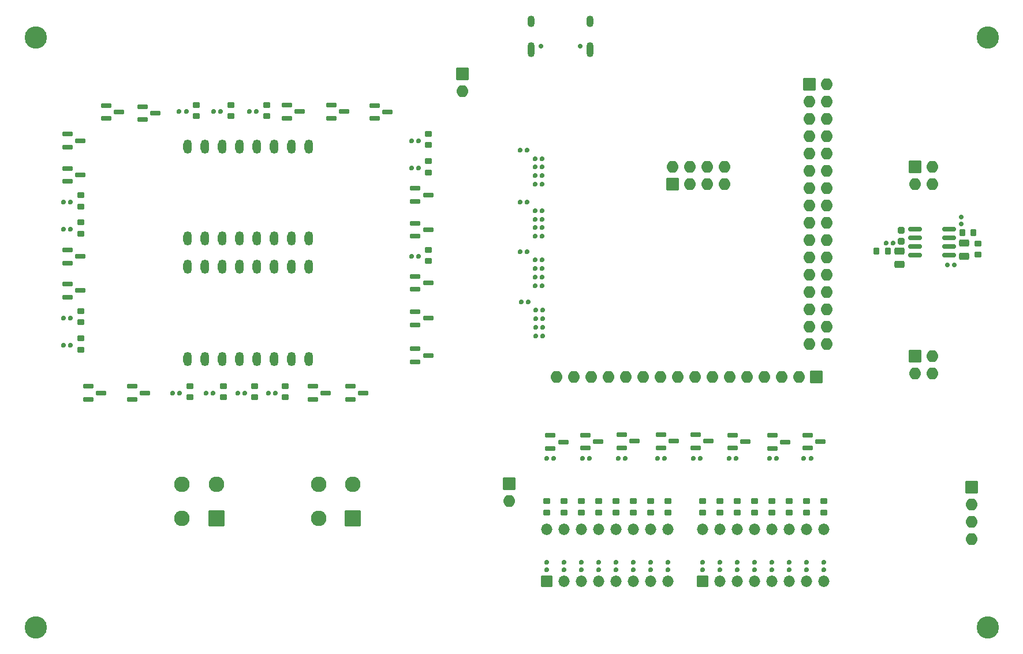
<source format=gbr>
%TF.GenerationSoftware,KiCad,Pcbnew,8.0.5*%
%TF.CreationDate,2024-11-20T12:06:12-07:00*%
%TF.ProjectId,CMPE2750,434d5045-3237-4353-902e-6b696361645f,rev?*%
%TF.SameCoordinates,Original*%
%TF.FileFunction,Soldermask,Bot*%
%TF.FilePolarity,Negative*%
%FSLAX46Y46*%
G04 Gerber Fmt 4.6, Leading zero omitted, Abs format (unit mm)*
G04 Created by KiCad (PCBNEW 8.0.5) date 2024-11-20 12:06:12*
%MOMM*%
%LPD*%
G01*
G04 APERTURE LIST*
G04 Aperture macros list*
%AMRoundRect*
0 Rectangle with rounded corners*
0 $1 Rounding radius*
0 $2 $3 $4 $5 $6 $7 $8 $9 X,Y pos of 4 corners*
0 Add a 4 corners polygon primitive as box body*
4,1,4,$2,$3,$4,$5,$6,$7,$8,$9,$2,$3,0*
0 Add four circle primitives for the rounded corners*
1,1,$1+$1,$2,$3*
1,1,$1+$1,$4,$5*
1,1,$1+$1,$6,$7*
1,1,$1+$1,$8,$9*
0 Add four rect primitives between the rounded corners*
20,1,$1+$1,$2,$3,$4,$5,0*
20,1,$1+$1,$4,$5,$6,$7,0*
20,1,$1+$1,$6,$7,$8,$9,0*
20,1,$1+$1,$8,$9,$2,$3,0*%
G04 Aperture macros list end*
%ADD10RoundRect,0.035000X0.800000X-0.800000X0.800000X0.800000X-0.800000X0.800000X-0.800000X-0.800000X0*%
%ADD11O,1.670000X1.670000*%
%ADD12C,3.270000*%
%ADD13C,0.720000*%
%ADD14O,1.070000X2.170000*%
%ADD15O,1.070000X1.670000*%
%ADD16RoundRect,0.035000X-0.850000X-0.850000X0.850000X-0.850000X0.850000X0.850000X-0.850000X0.850000X0*%
%ADD17O,1.770000X1.770000*%
%ADD18O,1.270000X2.070000*%
%ADD19RoundRect,0.035000X0.850000X-0.850000X0.850000X0.850000X-0.850000X0.850000X-0.850000X-0.850000X0*%
%ADD20RoundRect,0.035000X-0.850000X0.850000X-0.850000X-0.850000X0.850000X-0.850000X0.850000X0.850000X0*%
%ADD21RoundRect,0.035000X1.104900X1.104900X-1.104900X1.104900X-1.104900X-1.104900X1.104900X-1.104900X0*%
%ADD22C,2.279800*%
%ADD23RoundRect,0.152500X0.152500X0.202500X-0.152500X0.202500X-0.152500X-0.202500X0.152500X-0.202500X0*%
%ADD24RoundRect,0.167500X-0.605000X-0.167500X0.605000X-0.167500X0.605000X0.167500X-0.605000X0.167500X0*%
%ADD25RoundRect,0.152500X0.202500X-0.152500X0.202500X0.152500X-0.202500X0.152500X-0.202500X-0.152500X0*%
%ADD26RoundRect,0.217500X0.292500X-0.217500X0.292500X0.217500X-0.292500X0.217500X-0.292500X-0.217500X0*%
%ADD27RoundRect,0.152500X-0.152500X-0.202500X0.152500X-0.202500X0.152500X0.202500X-0.152500X0.202500X0*%
%ADD28RoundRect,0.217500X-0.217500X-0.292500X0.217500X-0.292500X0.217500X0.292500X-0.217500X0.292500X0*%
%ADD29RoundRect,0.242500X-0.267500X0.242500X-0.267500X-0.242500X0.267500X-0.242500X0.267500X0.242500X0*%
%ADD30RoundRect,0.167500X-0.842500X-0.167500X0.842500X-0.167500X0.842500X0.167500X-0.842500X0.167500X0*%
%ADD31RoundRect,0.267500X0.492500X-0.267500X0.492500X0.267500X-0.492500X0.267500X-0.492500X-0.267500X0*%
%ADD32RoundRect,0.157500X0.157500X0.187500X-0.157500X0.187500X-0.157500X-0.187500X0.157500X-0.187500X0*%
%ADD33RoundRect,0.217500X0.217500X0.292500X-0.217500X0.292500X-0.217500X-0.292500X0.217500X-0.292500X0*%
%ADD34RoundRect,0.157500X-0.187500X0.157500X-0.187500X-0.157500X0.187500X-0.157500X0.187500X0.157500X0*%
%ADD35RoundRect,0.217500X-0.292500X0.217500X-0.292500X-0.217500X0.292500X-0.217500X0.292500X0.217500X0*%
G04 APERTURE END LIST*
D10*
%TO.C,SW2*%
X132460000Y-130760000D03*
D11*
X135000000Y-130760000D03*
X137540000Y-130760000D03*
X140080000Y-130760000D03*
X142620000Y-130760000D03*
X145160000Y-130760000D03*
X147700000Y-130760000D03*
X150240000Y-130760000D03*
X150240000Y-123140000D03*
X147700000Y-123140000D03*
X145160000Y-123140000D03*
X142620000Y-123140000D03*
X140080000Y-123140000D03*
X137540000Y-123140000D03*
X135000000Y-123140000D03*
X132460000Y-123140000D03*
%TD*%
D12*
%TO.C,H2*%
X197125000Y-51000000D03*
%TD*%
D13*
%TO.C,J6*%
X137390000Y-52250000D03*
X131610000Y-52250000D03*
D14*
X138820000Y-52780000D03*
D15*
X138820000Y-48600000D03*
D14*
X130180000Y-52780000D03*
D15*
X130180000Y-48600000D03*
%TD*%
D16*
%TO.C,J8*%
X186460000Y-70000000D03*
D17*
X189000000Y-70000000D03*
X186460000Y-72540000D03*
X189000000Y-72540000D03*
%TD*%
D12*
%TO.C,H3*%
X197125000Y-137500000D03*
%TD*%
D18*
%TO.C,U10*%
X79800000Y-80500000D03*
X82340000Y-80500000D03*
X84880000Y-80500000D03*
X87420000Y-80500000D03*
X89960000Y-80500000D03*
X92500000Y-80500000D03*
X95040000Y-80500000D03*
X97580000Y-80500000D03*
X97580000Y-67000000D03*
X95040000Y-67000000D03*
X92500000Y-67000000D03*
X89960000Y-67000000D03*
X87420000Y-67000000D03*
X84880000Y-67000000D03*
X82340000Y-67000000D03*
X79800000Y-67000000D03*
%TD*%
D16*
%TO.C,J3*%
X171000000Y-57850000D03*
D17*
X173540000Y-57850000D03*
X171000000Y-60390000D03*
X173540000Y-60390000D03*
X171000000Y-62930000D03*
X173540000Y-62930000D03*
X171000000Y-65470000D03*
X173540000Y-65470000D03*
X171000000Y-68010000D03*
X173540000Y-68010000D03*
X171000000Y-70550000D03*
X173540000Y-70550000D03*
X171000000Y-73090000D03*
X173540000Y-73090000D03*
X171000000Y-75630000D03*
X173540000Y-75630000D03*
X171000000Y-78170000D03*
X173540000Y-78170000D03*
X171000000Y-80710000D03*
X173540000Y-80710000D03*
X171000000Y-83250000D03*
X173540000Y-83250000D03*
X171000000Y-85790000D03*
X173540000Y-85790000D03*
X171000000Y-88330000D03*
X173540000Y-88330000D03*
X171000000Y-90870000D03*
X173540000Y-90870000D03*
X171000000Y-93410000D03*
X173540000Y-93410000D03*
X171000000Y-95950000D03*
X173540000Y-95950000D03*
%TD*%
D10*
%TO.C,SW3*%
X155320000Y-130760000D03*
D11*
X157860000Y-130760000D03*
X160400000Y-130760000D03*
X162940000Y-130760000D03*
X165480000Y-130760000D03*
X168020000Y-130760000D03*
X170560000Y-130760000D03*
X173100000Y-130760000D03*
X173100000Y-123140000D03*
X170560000Y-123140000D03*
X168020000Y-123140000D03*
X165480000Y-123140000D03*
X162940000Y-123140000D03*
X160400000Y-123140000D03*
X157860000Y-123140000D03*
X155320000Y-123140000D03*
%TD*%
D12*
%TO.C,H4*%
X57500000Y-137500000D03*
%TD*%
D19*
%TO.C,J2*%
X150960000Y-72540000D03*
D17*
X150960000Y-70000000D03*
X153500000Y-72540000D03*
X153500000Y-70000000D03*
X156040000Y-72540000D03*
X156040000Y-70000000D03*
X158580000Y-72540000D03*
X158580000Y-70000000D03*
%TD*%
D16*
%TO.C,J9*%
X120080000Y-56345000D03*
D17*
X120080000Y-58885000D03*
%TD*%
D12*
%TO.C,H1*%
X57500000Y-51000000D03*
%TD*%
D16*
%TO.C,J5*%
X194750000Y-116920000D03*
D17*
X194750000Y-119460000D03*
X194750000Y-122000000D03*
X194750000Y-124540000D03*
%TD*%
D20*
%TO.C,J4*%
X171980000Y-100750000D03*
D17*
X169440000Y-100750000D03*
X166900000Y-100750000D03*
X164360000Y-100750000D03*
X161820000Y-100750000D03*
X159280000Y-100750000D03*
X156740000Y-100750000D03*
X154200000Y-100750000D03*
X151660000Y-100750000D03*
X149120000Y-100750000D03*
X146580000Y-100750000D03*
X144040000Y-100750000D03*
X141500000Y-100750000D03*
X138960000Y-100750000D03*
X136420000Y-100750000D03*
X133880000Y-100750000D03*
%TD*%
D21*
%TO.C,SW4*%
X84000000Y-121500000D03*
D22*
X84000000Y-116500000D03*
X79000000Y-116500000D03*
X79000000Y-121500000D03*
%TD*%
D16*
%TO.C,J7*%
X186460000Y-97725000D03*
D17*
X189000000Y-97725000D03*
X186460000Y-100265000D03*
X189000000Y-100265000D03*
%TD*%
D16*
%TO.C,J10*%
X127000000Y-116460000D03*
D17*
X127000000Y-119000000D03*
%TD*%
D21*
%TO.C,SW1*%
X104000000Y-121500000D03*
D22*
X104000000Y-116500000D03*
X99000000Y-116500000D03*
X99000000Y-121500000D03*
%TD*%
D18*
%TO.C,U11*%
X79800000Y-98120000D03*
X82340000Y-98120000D03*
X84880000Y-98120000D03*
X87420000Y-98120000D03*
X89960000Y-98120000D03*
X92500000Y-98120000D03*
X95040000Y-98120000D03*
X97580000Y-98120000D03*
X97580000Y-84620000D03*
X95040000Y-84620000D03*
X92500000Y-84620000D03*
X89960000Y-84620000D03*
X87420000Y-84620000D03*
X84880000Y-84620000D03*
X82340000Y-84620000D03*
X79800000Y-84620000D03*
%TD*%
D23*
%TO.C,R61*%
X131760000Y-76375000D03*
X130740000Y-76375000D03*
%TD*%
%TO.C,R142*%
X131760000Y-86125000D03*
X130740000Y-86125000D03*
%TD*%
D24*
%TO.C,Q15*%
X94330000Y-62820000D03*
X94330000Y-60920000D03*
X96205000Y-61870000D03*
%TD*%
%TO.C,Q29*%
X103705000Y-104070000D03*
X103705000Y-102170000D03*
X105580000Y-103120000D03*
%TD*%
D23*
%TO.C,R138*%
X131897500Y-93500000D03*
X130877500Y-93500000D03*
%TD*%
D25*
%TO.C,R149*%
X162920000Y-129020000D03*
X162920000Y-128000000D03*
%TD*%
D23*
%TO.C,R115*%
X131760000Y-77625000D03*
X130740000Y-77625000D03*
%TD*%
D26*
%TO.C,R183*%
X165470000Y-120650000D03*
X165470000Y-119000000D03*
%TD*%
D23*
%TO.C,R129*%
X113662500Y-83120000D03*
X112642500Y-83120000D03*
%TD*%
%TO.C,R132*%
X88162500Y-103120000D03*
X87142500Y-103120000D03*
%TD*%
%TO.C,R120*%
X131760000Y-72500000D03*
X130740000Y-72500000D03*
%TD*%
D27*
%TO.C,R164*%
X132430000Y-112760000D03*
X133450000Y-112760000D03*
%TD*%
D23*
%TO.C,R121*%
X131760000Y-71250000D03*
X130740000Y-71250000D03*
%TD*%
%TO.C,R108*%
X89912500Y-61870000D03*
X88892500Y-61870000D03*
%TD*%
D26*
%TO.C,R107*%
X64142500Y-79770000D03*
X64142500Y-78120000D03*
%TD*%
D24*
%TO.C,Q56*%
X143450000Y-111160000D03*
X143450000Y-109260000D03*
X145325000Y-110210000D03*
%TD*%
D26*
%TO.C,R170*%
X142610000Y-120650000D03*
X142610000Y-119000000D03*
%TD*%
%TO.C,R101*%
X91392500Y-62520000D03*
X91392500Y-60870000D03*
%TD*%
D25*
%TO.C,R148*%
X160380000Y-129020000D03*
X160380000Y-128000000D03*
%TD*%
D26*
%TO.C,R184*%
X168010000Y-120650000D03*
X168010000Y-119000000D03*
%TD*%
D27*
%TO.C,R166*%
X137690000Y-112760000D03*
X138710000Y-112760000D03*
%TD*%
D26*
%TO.C,R105*%
X115142500Y-70770000D03*
X115142500Y-69120000D03*
%TD*%
%TO.C,R124*%
X80142500Y-103770000D03*
X80142500Y-102120000D03*
%TD*%
D27*
%TO.C,R181*%
X159190000Y-112760000D03*
X160210000Y-112760000D03*
%TD*%
D24*
%TO.C,Q28*%
X62205000Y-84070000D03*
X62205000Y-82170000D03*
X64080000Y-83120000D03*
%TD*%
D26*
%TO.C,R123*%
X94142500Y-103770000D03*
X94142500Y-102120000D03*
%TD*%
D24*
%TO.C,Q17*%
X62205000Y-67070000D03*
X62205000Y-65170000D03*
X64080000Y-66120000D03*
%TD*%
D25*
%TO.C,R156*%
X147680000Y-129020000D03*
X147680000Y-128000000D03*
%TD*%
D23*
%TO.C,R118*%
X131760000Y-70000000D03*
X130740000Y-70000000D03*
%TD*%
D25*
%TO.C,R152*%
X142600000Y-129020000D03*
X142600000Y-128000000D03*
%TD*%
D26*
%TO.C,R177*%
X162930000Y-120650000D03*
X162930000Y-119000000D03*
%TD*%
D23*
%TO.C,R130*%
X62662500Y-92120000D03*
X61642500Y-92120000D03*
%TD*%
D26*
%TO.C,R178*%
X155310000Y-120650000D03*
X155310000Y-119000000D03*
%TD*%
D24*
%TO.C,Q10*%
X67830000Y-62870000D03*
X67830000Y-60970000D03*
X69705000Y-61920000D03*
%TD*%
%TO.C,Q35*%
X65205000Y-104070000D03*
X65205000Y-102170000D03*
X67080000Y-103120000D03*
%TD*%
D26*
%TO.C,R106*%
X64142500Y-75770000D03*
X64142500Y-74120000D03*
%TD*%
%TO.C,R126*%
X89642500Y-103770000D03*
X89642500Y-102120000D03*
%TD*%
%TO.C,R162*%
X140070000Y-120650000D03*
X140070000Y-119000000D03*
%TD*%
D28*
%TO.C,R40*%
X193400000Y-79595000D03*
X195050000Y-79595000D03*
%TD*%
D25*
%TO.C,R157*%
X150220000Y-129020000D03*
X150220000Y-128000000D03*
%TD*%
D24*
%TO.C,Q13*%
X113205000Y-75020000D03*
X113205000Y-73120000D03*
X115080000Y-74070000D03*
%TD*%
D29*
%TO.C,C21*%
X184475000Y-79295000D03*
X184475000Y-80845000D03*
%TD*%
D26*
%TO.C,R160*%
X134990000Y-120650000D03*
X134990000Y-119000000D03*
%TD*%
%TO.C,R185*%
X170550000Y-120650000D03*
X170550000Y-119000000D03*
%TD*%
D23*
%TO.C,R88*%
X131897500Y-91000000D03*
X130877500Y-91000000D03*
%TD*%
%TO.C,R133*%
X92662500Y-103120000D03*
X91642500Y-103120000D03*
%TD*%
D30*
%TO.C,U14*%
X186525000Y-82905000D03*
X186525000Y-81635000D03*
X186525000Y-80365000D03*
X186525000Y-79095000D03*
X191475000Y-79095000D03*
X191475000Y-80365000D03*
X191475000Y-81635000D03*
X191475000Y-82905000D03*
%TD*%
D26*
%TO.C,R128*%
X64142500Y-96770000D03*
X64142500Y-95120000D03*
%TD*%
D24*
%TO.C,Q57*%
X149200000Y-111160000D03*
X149200000Y-109260000D03*
X151075000Y-110210000D03*
%TD*%
D26*
%TO.C,R102*%
X81080000Y-62520000D03*
X81080000Y-60870000D03*
%TD*%
D23*
%TO.C,R119*%
X131760000Y-68750000D03*
X130740000Y-68750000D03*
%TD*%
%TO.C,R110*%
X84662500Y-61870000D03*
X83642500Y-61870000D03*
%TD*%
%TO.C,R111*%
X113662500Y-66120000D03*
X112642500Y-66120000D03*
%TD*%
%TO.C,R114*%
X62662500Y-79120000D03*
X61642500Y-79120000D03*
%TD*%
D27*
%TO.C,R190*%
X170190000Y-112760000D03*
X171210000Y-112760000D03*
%TD*%
%TO.C,R180*%
X153940000Y-112760000D03*
X154960000Y-112760000D03*
%TD*%
D25*
%TO.C,R150*%
X140060000Y-129020000D03*
X140060000Y-128000000D03*
%TD*%
D23*
%TO.C,R62*%
X129610000Y-75125000D03*
X128590000Y-75125000D03*
%TD*%
D24*
%TO.C,Q14*%
X62205000Y-72120000D03*
X62205000Y-70220000D03*
X64080000Y-71170000D03*
%TD*%
D26*
%TO.C,R122*%
X115142500Y-83770000D03*
X115142500Y-82120000D03*
%TD*%
D24*
%TO.C,Q12*%
X73205000Y-63020000D03*
X73205000Y-61120000D03*
X75080000Y-62070000D03*
%TD*%
D23*
%TO.C,R139*%
X131760000Y-84875000D03*
X130740000Y-84875000D03*
%TD*%
D25*
%TO.C,R146*%
X134980000Y-129020000D03*
X134980000Y-128000000D03*
%TD*%
D24*
%TO.C,Q61*%
X159700000Y-111210000D03*
X159700000Y-109310000D03*
X161575000Y-110260000D03*
%TD*%
D23*
%TO.C,R89*%
X129747500Y-89750000D03*
X128727500Y-89750000D03*
%TD*%
D26*
%TO.C,R161*%
X137530000Y-120650000D03*
X137530000Y-119000000D03*
%TD*%
D25*
%TO.C,R151*%
X165460000Y-129020000D03*
X165460000Y-128000000D03*
%TD*%
D27*
%TO.C,R42*%
X182215000Y-81095000D03*
X183235000Y-81095000D03*
%TD*%
D23*
%TO.C,R137*%
X131897500Y-94750000D03*
X130877500Y-94750000D03*
%TD*%
%TO.C,R136*%
X131897500Y-92250000D03*
X130877500Y-92250000D03*
%TD*%
D27*
%TO.C,R188*%
X165190000Y-112760000D03*
X166210000Y-112760000D03*
%TD*%
D24*
%TO.C,Q60*%
X154325000Y-111160000D03*
X154325000Y-109260000D03*
X156200000Y-110210000D03*
%TD*%
%TO.C,Q64*%
X165575000Y-111260000D03*
X165575000Y-109360000D03*
X167450000Y-110310000D03*
%TD*%
D23*
%TO.C,R113*%
X62662500Y-75120000D03*
X61642500Y-75120000D03*
%TD*%
D26*
%TO.C,R175*%
X160390000Y-120650000D03*
X160390000Y-119000000D03*
%TD*%
D25*
%TO.C,R153*%
X168000000Y-129020000D03*
X168000000Y-128000000D03*
%TD*%
D23*
%TO.C,R134*%
X78662500Y-103120000D03*
X77642500Y-103120000D03*
%TD*%
D26*
%TO.C,R127*%
X85017500Y-103770000D03*
X85017500Y-102120000D03*
%TD*%
%TO.C,R103*%
X86142500Y-62520000D03*
X86142500Y-60870000D03*
%TD*%
D23*
%TO.C,R116*%
X131760000Y-80125000D03*
X130740000Y-80125000D03*
%TD*%
D25*
%TO.C,R145*%
X157840000Y-129020000D03*
X157840000Y-128000000D03*
%TD*%
D31*
%TO.C,C17*%
X193725000Y-83045000D03*
X193725000Y-81145000D03*
%TD*%
D24*
%TO.C,Q54*%
X138137500Y-111210000D03*
X138137500Y-109310000D03*
X140012500Y-110260000D03*
%TD*%
%TO.C,Q31*%
X98205000Y-104070000D03*
X98205000Y-102170000D03*
X100080000Y-103120000D03*
%TD*%
D23*
%TO.C,R109*%
X79600000Y-61870000D03*
X78580000Y-61870000D03*
%TD*%
D32*
%TO.C,C30*%
X192225000Y-84345000D03*
X191265000Y-84345000D03*
%TD*%
D26*
%TO.C,R168*%
X145150000Y-120650000D03*
X145150000Y-119000000D03*
%TD*%
D27*
%TO.C,R173*%
X148690000Y-112760000D03*
X149710000Y-112760000D03*
%TD*%
D23*
%TO.C,R141*%
X131760000Y-87375000D03*
X130740000Y-87375000D03*
%TD*%
D33*
%TO.C,R41*%
X182475000Y-82345000D03*
X180825000Y-82345000D03*
%TD*%
D26*
%TO.C,R125*%
X64142500Y-92770000D03*
X64142500Y-91120000D03*
%TD*%
D25*
%TO.C,R155*%
X170540000Y-129020000D03*
X170540000Y-128000000D03*
%TD*%
D31*
%TO.C,C16*%
X184225000Y-84245000D03*
X184225000Y-82345000D03*
%TD*%
D23*
%TO.C,R86*%
X129610000Y-82375000D03*
X128590000Y-82375000D03*
%TD*%
D24*
%TO.C,Q36*%
X113205000Y-98570000D03*
X113205000Y-96670000D03*
X115080000Y-97620000D03*
%TD*%
D25*
%TO.C,R143*%
X155300000Y-129020000D03*
X155300000Y-128000000D03*
%TD*%
D24*
%TO.C,Q11*%
X113205000Y-80120000D03*
X113205000Y-78220000D03*
X115080000Y-79170000D03*
%TD*%
%TO.C,Q66*%
X170700000Y-111210000D03*
X170700000Y-109310000D03*
X172575000Y-110260000D03*
%TD*%
%TO.C,Q16*%
X100892500Y-62820000D03*
X100892500Y-60920000D03*
X102767500Y-61870000D03*
%TD*%
D23*
%TO.C,R135*%
X83537500Y-103120000D03*
X82517500Y-103120000D03*
%TD*%
D24*
%TO.C,Q18*%
X107205000Y-62870000D03*
X107205000Y-60970000D03*
X109080000Y-61920000D03*
%TD*%
D23*
%TO.C,R59*%
X129610000Y-67500000D03*
X128590000Y-67500000D03*
%TD*%
%TO.C,R112*%
X113662500Y-70120000D03*
X112642500Y-70120000D03*
%TD*%
D26*
%TO.C,R167*%
X147690000Y-120650000D03*
X147690000Y-119000000D03*
%TD*%
D23*
%TO.C,R117*%
X131760000Y-78875000D03*
X130740000Y-78875000D03*
%TD*%
D26*
%TO.C,R186*%
X173090000Y-120650000D03*
X173090000Y-119000000D03*
%TD*%
%TO.C,R176*%
X157850000Y-120650000D03*
X157850000Y-119000000D03*
%TD*%
%TO.C,R159*%
X132450000Y-120650000D03*
X132450000Y-119000000D03*
%TD*%
D25*
%TO.C,R147*%
X137520000Y-129020000D03*
X137520000Y-128000000D03*
%TD*%
D34*
%TO.C,C20*%
X193225000Y-77345000D03*
X193225000Y-78305000D03*
%TD*%
D27*
%TO.C,R172*%
X142950000Y-112760000D03*
X143970000Y-112760000D03*
%TD*%
D25*
%TO.C,R144*%
X132440000Y-129020000D03*
X132440000Y-128000000D03*
%TD*%
D24*
%TO.C,Q30*%
X62205000Y-89070000D03*
X62205000Y-87170000D03*
X64080000Y-88120000D03*
%TD*%
D25*
%TO.C,R158*%
X173080000Y-129020000D03*
X173080000Y-128000000D03*
%TD*%
D24*
%TO.C,Q32*%
X71705000Y-104070000D03*
X71705000Y-102170000D03*
X73580000Y-103120000D03*
%TD*%
D35*
%TO.C,R39*%
X195725000Y-81195000D03*
X195725000Y-82845000D03*
%TD*%
D24*
%TO.C,Q52*%
X133012500Y-111260000D03*
X133012500Y-109360000D03*
X134887500Y-110310000D03*
%TD*%
D26*
%TO.C,R169*%
X150230000Y-120650000D03*
X150230000Y-119000000D03*
%TD*%
D23*
%TO.C,R131*%
X62662500Y-96120000D03*
X61642500Y-96120000D03*
%TD*%
%TO.C,R140*%
X131760000Y-83625000D03*
X130740000Y-83625000D03*
%TD*%
D24*
%TO.C,Q33*%
X113205000Y-87945000D03*
X113205000Y-86045000D03*
X115080000Y-86995000D03*
%TD*%
%TO.C,Q34*%
X113205000Y-93120000D03*
X113205000Y-91220000D03*
X115080000Y-92170000D03*
%TD*%
D26*
%TO.C,R104*%
X115142500Y-66770000D03*
X115142500Y-65120000D03*
%TD*%
D25*
%TO.C,R154*%
X145140000Y-129020000D03*
X145140000Y-128000000D03*
%TD*%
M02*

</source>
